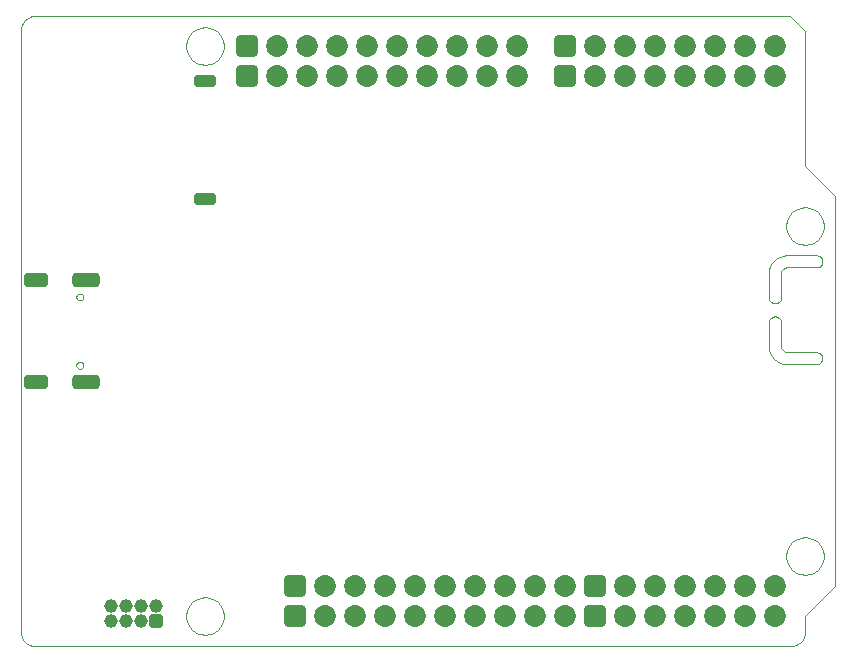
<source format=gbr>
G04 PROTEUS RS274X GERBER FILE*
%FSLAX45Y45*%
%MOMM*%
G01*
%AMPPAD062*
4,1,48,
0.323000,-0.577000,
-0.323000,-0.577000,
-0.349400,-0.575720,
-0.374930,-0.571950,
-0.399490,-0.565800,
-0.445220,-0.546870,
-0.485650,-0.519840,
-0.519840,-0.485640,
-0.546860,-0.445220,
-0.565800,-0.399490,
-0.571950,-0.374930,
-0.575720,-0.349400,
-0.577000,-0.323000,
-0.577000,0.323000,
-0.575720,0.349400,
-0.571950,0.374930,
-0.565800,0.399490,
-0.546860,0.445220,
-0.519840,0.485640,
-0.485650,0.519840,
-0.445220,0.546870,
-0.399490,0.565800,
-0.374930,0.571950,
-0.349400,0.575720,
-0.323000,0.577000,
0.323000,0.577000,
0.349400,0.575720,
0.374930,0.571950,
0.399490,0.565800,
0.445220,0.546870,
0.485650,0.519840,
0.519840,0.485640,
0.546860,0.445220,
0.565800,0.399490,
0.571950,0.374930,
0.575720,0.349400,
0.577000,0.323000,
0.577000,-0.323000,
0.575720,-0.349400,
0.571950,-0.374930,
0.565800,-0.399490,
0.546860,-0.445220,
0.519840,-0.485640,
0.485650,-0.519840,
0.445220,-0.546870,
0.399490,-0.565800,
0.374930,-0.571950,
0.349400,-0.575720,
0.323000,-0.577000,
0*%
%ADD68PPAD062*%
%ADD69C,1.154000*%
%AMPPAD064*
4,1,44,
-0.546000,0.927000,
0.546000,0.927000,
0.585600,0.925080,
0.623900,0.919420,
0.695940,0.897610,
0.760730,0.862960,
0.816870,0.816870,
0.862960,0.760730,
0.897610,0.695940,
0.919420,0.623900,
0.925080,0.585600,
0.927000,0.546000,
0.927000,-0.546000,
0.925080,-0.585600,
0.919420,-0.623900,
0.897610,-0.695940,
0.862960,-0.760730,
0.816870,-0.816870,
0.760730,-0.862960,
0.695940,-0.897610,
0.623900,-0.919420,
0.585600,-0.925080,
0.546000,-0.927000,
-0.546000,-0.927000,
-0.585600,-0.925080,
-0.623900,-0.919420,
-0.695940,-0.897610,
-0.760730,-0.862960,
-0.816870,-0.816870,
-0.862960,-0.760730,
-0.897610,-0.695940,
-0.919420,-0.623900,
-0.925080,-0.585600,
-0.927000,-0.546000,
-0.927000,0.546000,
-0.925080,0.585600,
-0.919420,0.623900,
-0.897610,0.695940,
-0.862960,0.760730,
-0.816870,0.816870,
-0.760730,0.862960,
-0.695940,0.897610,
-0.623900,0.919420,
-0.585600,0.925080,
-0.546000,0.927000,
0*%
%ADD74PPAD064*%
%ADD75C,1.854000*%
%AMPPAD078*
4,1,8,
0.927100,0.296440,
0.927100,-0.296440,
0.690140,-0.533400,
-0.690140,-0.533400,
-0.927100,-0.296440,
-0.927100,0.296440,
-0.690140,0.533400,
0.690140,0.533400,
0.927100,0.296440,
0*%
%ADD88PPAD078*%
%AMPPAD082*
4,1,36,
1.177000,0.195200,
1.177000,-0.195200,
1.168410,-0.283490,
1.143690,-0.365130,
1.104420,-0.438560,
1.052180,-0.502180,
0.988560,-0.554420,
0.915130,-0.593690,
0.833490,-0.618410,
0.745200,-0.627000,
-0.745200,-0.627000,
-0.833490,-0.618410,
-0.915130,-0.593690,
-0.988560,-0.554420,
-1.052180,-0.502180,
-1.104420,-0.438560,
-1.143690,-0.365130,
-1.168410,-0.283490,
-1.177000,-0.195200,
-1.177000,0.195200,
-1.168410,0.283490,
-1.143690,0.365130,
-1.104420,0.438560,
-1.052180,0.502180,
-0.988560,0.554420,
-0.915130,0.593690,
-0.833490,0.618410,
-0.745200,0.627000,
0.745200,0.627000,
0.833490,0.618410,
0.915130,0.593690,
0.988560,0.554420,
1.052180,0.502180,
1.104420,0.438560,
1.143690,0.365130,
1.168410,0.283490,
1.177000,0.195200,
0*%
%ADD92PPAD082*%
%AMPPAD083*
4,1,36,
1.027000,0.195200,
1.027000,-0.195200,
1.018410,-0.283490,
0.993690,-0.365130,
0.954420,-0.438560,
0.902180,-0.502180,
0.838560,-0.554420,
0.765130,-0.593690,
0.683490,-0.618410,
0.595200,-0.627000,
-0.595200,-0.627000,
-0.683490,-0.618410,
-0.765130,-0.593690,
-0.838560,-0.554420,
-0.902180,-0.502180,
-0.954420,-0.438560,
-0.993690,-0.365130,
-1.018410,-0.283490,
-1.027000,-0.195200,
-1.027000,0.195200,
-1.018410,0.283490,
-0.993690,0.365130,
-0.954420,0.438560,
-0.902180,0.502180,
-0.838560,0.554420,
-0.765130,0.593690,
-0.683490,0.618410,
-0.595200,0.627000,
0.595200,0.627000,
0.683490,0.618410,
0.765130,0.593690,
0.838560,0.554420,
0.902180,0.502180,
0.954420,0.438560,
0.993690,0.365130,
1.018410,0.283490,
1.027000,0.195200,
0*%
%ADD93PPAD083*%
%ADD54C,0.025400*%
D68*
X+1149350Y+208200D03*
D69*
X+1149350Y+335200D03*
X+1022350Y+208200D03*
X+1022350Y+335200D03*
X+895350Y+208200D03*
X+895350Y+335200D03*
X+768350Y+208200D03*
X+768350Y+335200D03*
D74*
X+4864100Y+254000D03*
D75*
X+5118100Y+254000D03*
X+5372100Y+254000D03*
X+5626100Y+254000D03*
X+5880100Y+254000D03*
X+6134100Y+254000D03*
X+6388100Y+254000D03*
D74*
X+2324100Y+254000D03*
D75*
X+2578100Y+254000D03*
X+2832100Y+254000D03*
X+3086100Y+254000D03*
X+3340100Y+254000D03*
X+3594100Y+254000D03*
X+3848100Y+254000D03*
X+4102100Y+254000D03*
X+4356100Y+254000D03*
X+4610100Y+254000D03*
D74*
X+1917700Y+5080000D03*
D75*
X+2171700Y+5080000D03*
X+2425700Y+5080000D03*
X+2679700Y+5080000D03*
X+2933700Y+5080000D03*
X+3187700Y+5080000D03*
X+3441700Y+5080000D03*
X+3695700Y+5080000D03*
X+3949700Y+5080000D03*
X+4203700Y+5080000D03*
D74*
X+4610100Y+5080000D03*
D75*
X+4864100Y+5080000D03*
X+5118100Y+5080000D03*
X+5372100Y+5080000D03*
X+5626100Y+5080000D03*
X+5880100Y+5080000D03*
X+6134100Y+5080000D03*
X+6388100Y+5080000D03*
D74*
X+2324100Y+508000D03*
D75*
X+2578100Y+508000D03*
X+2832100Y+508000D03*
X+3086100Y+508000D03*
X+3340100Y+508000D03*
X+3594100Y+508000D03*
X+3848100Y+508000D03*
X+4102100Y+508000D03*
X+4356100Y+508000D03*
X+4610100Y+508000D03*
D74*
X+4864100Y+508000D03*
D75*
X+5118100Y+508000D03*
X+5372100Y+508000D03*
X+5626100Y+508000D03*
X+5880100Y+508000D03*
X+6134100Y+508000D03*
X+6388100Y+508000D03*
D74*
X+4610100Y+4826000D03*
D75*
X+4864100Y+4826000D03*
X+5118100Y+4826000D03*
X+5372100Y+4826000D03*
X+5626100Y+4826000D03*
X+5880100Y+4826000D03*
X+6134100Y+4826000D03*
X+6388100Y+4826000D03*
D74*
X+1917700Y+4826000D03*
D75*
X+2171700Y+4826000D03*
X+2425700Y+4826000D03*
X+2679700Y+4826000D03*
X+2933700Y+4826000D03*
X+3187700Y+4826000D03*
X+3441700Y+4826000D03*
X+3695700Y+4826000D03*
X+3949700Y+4826000D03*
X+4203700Y+4826000D03*
D88*
X+1562100Y+3787900D03*
X+1562100Y+4787900D03*
D92*
X+552100Y+2234600D03*
X+552100Y+3098600D03*
D93*
X+134100Y+2234600D03*
X+134100Y+3098600D03*
D54*
X+6800850Y+762000D02*
X+6800320Y+774958D01*
X+6796016Y+800876D01*
X+6787025Y+826794D01*
X+6772380Y+852712D01*
X+6749976Y+878466D01*
X+6724058Y+897958D01*
X+6698140Y+910530D01*
X+6672222Y+917866D01*
X+6646304Y+920694D01*
X+6642100Y+920750D01*
X+6483350Y+762000D02*
X+6483880Y+774958D01*
X+6488184Y+800876D01*
X+6497175Y+826794D01*
X+6511820Y+852712D01*
X+6534224Y+878466D01*
X+6560142Y+897958D01*
X+6586060Y+910530D01*
X+6611978Y+917866D01*
X+6637896Y+920694D01*
X+6642100Y+920750D01*
X+6483350Y+762000D02*
X+6483880Y+749042D01*
X+6488184Y+723124D01*
X+6497175Y+697206D01*
X+6511820Y+671288D01*
X+6534224Y+645534D01*
X+6560142Y+626042D01*
X+6586060Y+613470D01*
X+6611978Y+606134D01*
X+6637896Y+603306D01*
X+6642100Y+603250D01*
X+6800850Y+762000D02*
X+6800320Y+749042D01*
X+6796016Y+723124D01*
X+6787025Y+697206D01*
X+6772380Y+671288D01*
X+6749976Y+645534D01*
X+6724058Y+626042D01*
X+6698140Y+613470D01*
X+6672222Y+606134D01*
X+6646304Y+603306D01*
X+6642100Y+603250D01*
X+6800850Y+3556000D02*
X+6800320Y+3568958D01*
X+6796016Y+3594876D01*
X+6787025Y+3620794D01*
X+6772380Y+3646712D01*
X+6749976Y+3672466D01*
X+6724058Y+3691958D01*
X+6698140Y+3704530D01*
X+6672222Y+3711866D01*
X+6646304Y+3714694D01*
X+6642100Y+3714750D01*
X+6483350Y+3556000D02*
X+6483880Y+3568958D01*
X+6488184Y+3594876D01*
X+6497175Y+3620794D01*
X+6511820Y+3646712D01*
X+6534224Y+3672466D01*
X+6560142Y+3691958D01*
X+6586060Y+3704530D01*
X+6611978Y+3711866D01*
X+6637896Y+3714694D01*
X+6642100Y+3714750D01*
X+6483350Y+3556000D02*
X+6483880Y+3543042D01*
X+6488184Y+3517124D01*
X+6497175Y+3491206D01*
X+6511820Y+3465288D01*
X+6534224Y+3439534D01*
X+6560142Y+3420042D01*
X+6586060Y+3407470D01*
X+6611978Y+3400134D01*
X+6637896Y+3397306D01*
X+6642100Y+3397250D01*
X+6800850Y+3556000D02*
X+6800320Y+3543042D01*
X+6796016Y+3517124D01*
X+6787025Y+3491206D01*
X+6772380Y+3465288D01*
X+6749976Y+3439534D01*
X+6724058Y+3420042D01*
X+6698140Y+3407470D01*
X+6672222Y+3400134D01*
X+6646304Y+3397306D01*
X+6642100Y+3397250D01*
X+1720850Y+5080000D02*
X+1720320Y+5092958D01*
X+1716016Y+5118876D01*
X+1707025Y+5144794D01*
X+1692380Y+5170712D01*
X+1669976Y+5196466D01*
X+1644058Y+5215958D01*
X+1618140Y+5228530D01*
X+1592222Y+5235866D01*
X+1566304Y+5238694D01*
X+1562100Y+5238750D01*
X+1403350Y+5080000D02*
X+1403880Y+5092958D01*
X+1408184Y+5118876D01*
X+1417175Y+5144794D01*
X+1431820Y+5170712D01*
X+1454224Y+5196466D01*
X+1480142Y+5215958D01*
X+1506060Y+5228530D01*
X+1531978Y+5235866D01*
X+1557896Y+5238694D01*
X+1562100Y+5238750D01*
X+1403350Y+5080000D02*
X+1403880Y+5067042D01*
X+1408184Y+5041124D01*
X+1417175Y+5015206D01*
X+1431820Y+4989288D01*
X+1454224Y+4963534D01*
X+1480142Y+4944042D01*
X+1506060Y+4931470D01*
X+1531978Y+4924134D01*
X+1557896Y+4921306D01*
X+1562100Y+4921250D01*
X+1720850Y+5080000D02*
X+1720320Y+5067042D01*
X+1716016Y+5041124D01*
X+1707025Y+5015206D01*
X+1692380Y+4989288D01*
X+1669976Y+4963534D01*
X+1644058Y+4944042D01*
X+1618140Y+4931470D01*
X+1592222Y+4924134D01*
X+1566304Y+4921306D01*
X+1562100Y+4921250D01*
X+1720850Y+254000D02*
X+1720320Y+266958D01*
X+1716016Y+292876D01*
X+1707025Y+318794D01*
X+1692380Y+344712D01*
X+1669976Y+370466D01*
X+1644058Y+389958D01*
X+1618140Y+402530D01*
X+1592222Y+409866D01*
X+1566304Y+412694D01*
X+1562100Y+412750D01*
X+1403350Y+254000D02*
X+1403880Y+266958D01*
X+1408184Y+292876D01*
X+1417175Y+318794D01*
X+1431820Y+344712D01*
X+1454224Y+370466D01*
X+1480142Y+389958D01*
X+1506060Y+402530D01*
X+1531978Y+409866D01*
X+1557896Y+412694D01*
X+1562100Y+412750D01*
X+1403350Y+254000D02*
X+1403880Y+241042D01*
X+1408184Y+215124D01*
X+1417175Y+189206D01*
X+1431820Y+163288D01*
X+1454224Y+137534D01*
X+1480142Y+118042D01*
X+1506060Y+105470D01*
X+1531978Y+98134D01*
X+1557896Y+95306D01*
X+1562100Y+95250D01*
X+1720850Y+254000D02*
X+1720320Y+241042D01*
X+1716016Y+215124D01*
X+1707025Y+189206D01*
X+1692380Y+163288D01*
X+1669976Y+137534D01*
X+1644058Y+118042D01*
X+1618140Y+105470D01*
X+1592222Y+98134D01*
X+1566304Y+95306D01*
X+1562100Y+95250D01*
X+127000Y+0D02*
X+101032Y+2527D01*
X+77018Y+9798D01*
X+55423Y+21347D01*
X+36711Y+36711D01*
X+21348Y+55423D01*
X+9798Y+77018D01*
X+2527Y+101032D01*
X+0Y+127000D01*
X+0Y+5207000D01*
X+2527Y+5232967D01*
X+9798Y+5256981D01*
X+21348Y+5278577D01*
X+36711Y+5297289D01*
X+55423Y+5312652D01*
X+77018Y+5324202D01*
X+101032Y+5331473D01*
X+127000Y+5334000D01*
X+6515100Y+5334000D01*
X+6642100Y+5207000D01*
X+6642100Y+4064000D01*
X+6896100Y+3810000D01*
X+6896100Y+508000D01*
X+6642100Y+254000D01*
X+6642100Y+127000D01*
X+6639573Y+101032D01*
X+6632302Y+77018D01*
X+6620752Y+55423D01*
X+6605389Y+36711D01*
X+6586677Y+21347D01*
X+6565081Y+9798D01*
X+6541067Y+2527D01*
X+6515100Y+0D01*
X+127000Y+0D01*
X+531310Y+2377600D02*
X+531209Y+2380024D01*
X+530390Y+2384873D01*
X+528676Y+2389722D01*
X+525874Y+2394571D01*
X+521589Y+2399358D01*
X+516740Y+2402876D01*
X+511891Y+2405120D01*
X+507042Y+2406389D01*
X+502193Y+2406810D01*
X+502100Y+2406810D01*
X+472890Y+2377600D02*
X+472991Y+2380024D01*
X+473810Y+2384873D01*
X+475524Y+2389722D01*
X+478326Y+2394571D01*
X+482611Y+2399358D01*
X+487460Y+2402876D01*
X+492309Y+2405120D01*
X+497158Y+2406389D01*
X+502007Y+2406810D01*
X+502100Y+2406810D01*
X+472890Y+2377600D02*
X+472991Y+2375176D01*
X+473810Y+2370327D01*
X+475524Y+2365478D01*
X+478326Y+2360629D01*
X+482611Y+2355842D01*
X+487460Y+2352324D01*
X+492309Y+2350080D01*
X+497158Y+2348811D01*
X+502007Y+2348390D01*
X+502100Y+2348390D01*
X+531310Y+2377600D02*
X+531209Y+2375176D01*
X+530390Y+2370327D01*
X+528676Y+2365478D01*
X+525874Y+2360629D01*
X+521589Y+2355842D01*
X+516740Y+2352324D01*
X+511891Y+2350080D01*
X+507042Y+2348811D01*
X+502193Y+2348390D01*
X+502100Y+2348390D01*
X+531310Y+2955600D02*
X+531209Y+2958024D01*
X+530390Y+2962873D01*
X+528676Y+2967722D01*
X+525874Y+2972571D01*
X+521589Y+2977358D01*
X+516740Y+2980876D01*
X+511891Y+2983120D01*
X+507042Y+2984389D01*
X+502193Y+2984810D01*
X+502100Y+2984810D01*
X+472890Y+2955600D02*
X+472991Y+2958024D01*
X+473810Y+2962873D01*
X+475524Y+2967722D01*
X+478326Y+2972571D01*
X+482611Y+2977358D01*
X+487460Y+2980876D01*
X+492309Y+2983120D01*
X+497158Y+2984389D01*
X+502007Y+2984810D01*
X+502100Y+2984810D01*
X+472890Y+2955600D02*
X+472991Y+2953176D01*
X+473810Y+2948327D01*
X+475524Y+2943478D01*
X+478326Y+2938629D01*
X+482611Y+2933842D01*
X+487460Y+2930324D01*
X+492309Y+2928080D01*
X+497158Y+2926811D01*
X+502007Y+2926390D01*
X+502100Y+2926390D01*
X+531310Y+2955600D02*
X+531209Y+2953176D01*
X+530390Y+2948327D01*
X+528676Y+2943478D01*
X+525874Y+2938629D01*
X+521589Y+2933842D01*
X+516740Y+2930324D01*
X+511891Y+2928080D01*
X+507042Y+2926811D01*
X+502193Y+2926390D01*
X+502100Y+2926390D01*
X+6489700Y+2489200D02*
X+6469707Y+2493119D01*
X+6453584Y+2503884D01*
X+6442819Y+2520007D01*
X+6438900Y+2540000D01*
X+6737350Y+2489200D02*
X+6757343Y+2485281D01*
X+6773466Y+2474516D01*
X+6784231Y+2458393D01*
X+6788150Y+2438400D01*
X+6784231Y+2418407D01*
X+6773466Y+2402284D01*
X+6757343Y+2391519D01*
X+6737350Y+2387600D01*
X+6489700Y+2489200D02*
X+6737350Y+2489200D01*
X+6489700Y+2387600D02*
X+6737350Y+2387600D01*
X+6438900Y+2540000D02*
X+6438900Y+2743200D01*
X+6388100Y+2794000D02*
X+6408093Y+2790081D01*
X+6424216Y+2779316D01*
X+6434981Y+2763193D01*
X+6438900Y+2743200D01*
X+6337300Y+2743200D02*
X+6341219Y+2763193D01*
X+6351984Y+2779316D01*
X+6368107Y+2790081D01*
X+6388100Y+2794000D01*
X+6337300Y+2540000D02*
X+6337300Y+2743200D01*
X+6337300Y+2540000D02*
X+6340332Y+2508839D01*
X+6349057Y+2480022D01*
X+6362917Y+2454108D01*
X+6381353Y+2431653D01*
X+6403807Y+2413217D01*
X+6429722Y+2399357D01*
X+6458539Y+2390632D01*
X+6489700Y+2387600D01*
X+6489700Y+3206750D02*
X+6469707Y+3202831D01*
X+6453584Y+3192066D01*
X+6442819Y+3175943D01*
X+6438900Y+3155950D01*
X+6737350Y+3206750D02*
X+6757343Y+3210669D01*
X+6773466Y+3221434D01*
X+6784231Y+3237557D01*
X+6788150Y+3257550D01*
X+6784231Y+3277543D01*
X+6773466Y+3293666D01*
X+6757343Y+3304431D01*
X+6737350Y+3308350D01*
X+6489700Y+3206750D02*
X+6737350Y+3206750D01*
X+6489700Y+3308350D02*
X+6737350Y+3308350D01*
X+6438900Y+3155950D02*
X+6438900Y+2952750D01*
X+6388100Y+2901950D02*
X+6408093Y+2905869D01*
X+6424216Y+2916634D01*
X+6434981Y+2932757D01*
X+6438900Y+2952750D01*
X+6337300Y+2952750D02*
X+6341219Y+2932757D01*
X+6351984Y+2916634D01*
X+6368107Y+2905869D01*
X+6388100Y+2901950D01*
X+6337300Y+3155950D02*
X+6337300Y+2952750D01*
X+6337300Y+3155950D02*
X+6340332Y+3187111D01*
X+6349057Y+3215928D01*
X+6362917Y+3241842D01*
X+6381353Y+3264297D01*
X+6403807Y+3282733D01*
X+6429722Y+3296593D01*
X+6458539Y+3305318D01*
X+6489700Y+3308350D01*
M02*

</source>
